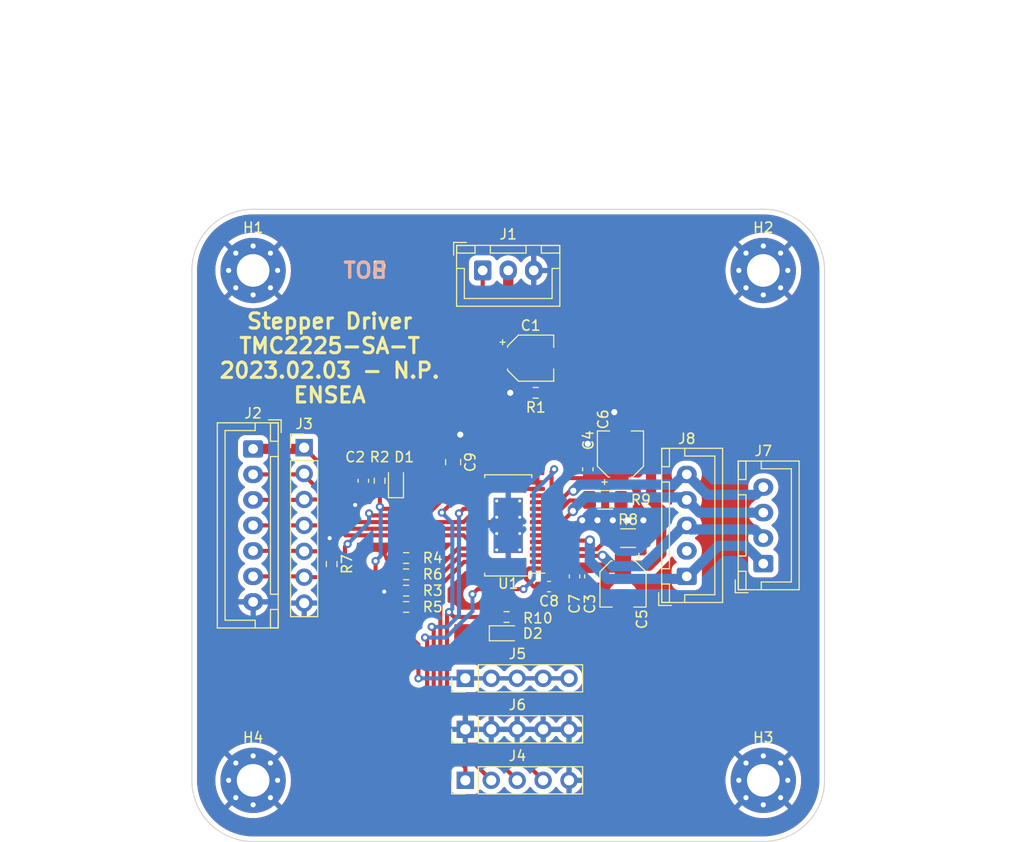
<source format=kicad_pcb>
(kicad_pcb (version 20221018) (generator pcbnew)
  (layers (0 "F.Cu" signal) (31 "B.Cu" signal) (34 "B.Paste" user) (35 "F.Paste" user) (36 "B.SilkS" user "B.Silkscreen") (37 "F.SilkS" user "F.Silkscreen") (38 "B.Mask" user) (39 "F.Mask" user) (44 "Edge.Cuts" user))
  (net 0 "")
  (net 1 "VCC")
  (net 2 "Net-(C1-Pad2)")
  (net 3 "+3.3V")
  (net 4 "GND")
  (net 5 "Net-(C8-Pad1)")
  (net 6 "Net-(C8-Pad2)")
  (net 7 "Net-(D1-Pad2)")
  (net 8 "Net-(D2-Pad2)")
  (net 9 "DIR")
  (net 10 "STEP")
  (net 11 "CLK")
  (net 12 "UART_TX")
  (net 13 "UART_RX")
  (net 14 "VREF")
  (net 15 "SPREAD")
  (net 16 "INDEX")
  (net 17 "DIAG")
  (net 20 "OA1")
  (net 21 "OA2")
  (net 22 "OB1")
  (net 23 "VCP")
  (net 24 "5VOUT")
  (net 25 "MS1")
  (net 26 "MS2")
  (net 27 "BRA")
  (net 28 "BRB")
  (net 29 "OB2")
  (footprint "Capacitor_SMD:C_0603_1608Metric_Pad1.08x0.95mm_HandSolder" (layer "F.Cu") (at 62.8 49.5 90)
    (fp_text reference "C4" (at 2.85 0.05 90) (layer "F.SilkS"))
    (fp_text value "100nF")
    (pad "1" smd roundrect (at -0.8625 0 90) (size 1.075 0.95) (layers "F.Cu" "F.Paste" "F.Mask") (net 1 "VCC"))
    (pad "2" smd roundrect (at 0.8625 0 90) (size 1.075 0.95) (layers "F.Cu" "F.Paste" "F.Mask") (net 4 "GND"))
  )
  (footprint "MountingHole:MountingHole_3.2mm_M3_Pad_Via" (layer "F.Cu") (at 80 80)
    (fp_text reference "H3" (at 0 -4.2) (layer "F.SilkS"))
    (fp_text value "MountingHole_Pad")
    (pad "1" thru_hole circle (at -2.4 0) (size 0.8 0.8) (drill 0.5) (layers "*.Cu" "*.Mask") (net 4 "GND"))
    (pad "1" thru_hole circle (at -1.697056 -1.697056) (size 0.8 0.8) (drill 0.5) (layers "*.Cu" "*.Mask") (net 4 "GND"))
    (pad "1" thru_hole circle (at -1.697056 1.697056) (size 0.8 0.8) (drill 0.5) (layers "*.Cu" "*.Mask") (net 4 "GND"))
    (pad "1" thru_hole circle (at 0 -2.4) (size 0.8 0.8) (drill 0.5) (layers "*.Cu" "*.Mask") (net 4 "GND"))
    (pad "1" thru_hole circle (at 0 0) (size 6.4 6.4) (drill 3.2) (layers "*.Cu" "*.Mask") (net 4 "GND"))
    (pad "1" thru_hole circle (at 0 2.4) (size 0.8 0.8) (drill 0.5) (layers "*.Cu" "*.Mask") (net 4 "GND"))
    (pad "1" thru_hole circle (at 1.697056 -1.697056) (size 0.8 0.8) (drill 0.5) (layers "*.Cu" "*.Mask") (net 4 "GND"))
    (pad "1" thru_hole circle (at 1.697056 1.697056) (size 0.8 0.8) (drill 0.5) (layers "*.Cu" "*.Mask") (net 4 "GND"))
    (pad "1" thru_hole circle (at 2.4 0) (size 0.8 0.8) (drill 0.5) (layers "*.Cu" "*.Mask") (net 4 "GND"))
  )
  (footprint "Connector_PinHeader_2.54mm:PinHeader_1x07_P2.54mm_Vertical" (layer "F.Cu") (at 35 47.38)
    (fp_text reference "J3" (at 0 -2.33) (layer "F.SilkS"))
    (fp_text value "Conn_01x07")
    (pad "1" thru_hole rect (at 0 0) (size 1.7 1.7) (drill 1) (layers "*.Cu" "*.Mask") (net 3 "+3.3V"))
    (pad "2" thru_hole oval (at 0 2.54) (size 1.7 1.7) (drill 1) (layers "*.Cu" "*.Mask") (net 9 "DIR"))
    (pad "3" thru_hole oval (at 0 5.08) (size 1.7 1.7) (drill 1) (layers "*.Cu" "*.Mask") (net 10 "STEP"))
    (pad "4" thru_hole oval (at 0 7.62) (size 1.7 1.7) (drill 1) (layers "*.Cu" "*.Mask") (net 11 "CLK"))
    (pad "5" thru_hole oval (at 0 10.16) (size 1.7 1.7) (drill 1) (layers "*.Cu" "*.Mask") (net 12 "UART_TX"))
    (pad "6" thru_hole oval (at 0 12.7) (size 1.7 1.7) (drill 1) (layers "*.Cu" "*.Mask") (net 13 "UART_RX"))
    (pad "7" thru_hole oval (at 0 15.24) (size 1.7 1.7) (drill 1) (layers "*.Cu" "*.Mask") (net 4 "GND"))
  )
  (footprint "Connector_PinHeader_2.54mm:PinHeader_1x05_P2.54mm_Vertical" (layer "F.Cu") (at 50.8 75 90)
    (fp_text reference "J6" (at 2.4 5.1 180) (layer "F.SilkS"))
    (fp_text value "Conn_01x05")
    (pad "1" thru_hole rect (at 0 0 90) (size 1.7 1.7) (drill 1) (layers "*.Cu" "*.Mask") (net 4 "GND"))
    (pad "2" thru_hole oval (at 0 2.54 90) (size 1.7 1.7) (drill 1) (layers "*.Cu" "*.Mask") (net 4 "GND"))
    (pad "3" thru_hole oval (at 0 5.08 90) (size 1.7 1.7) (drill 1) (layers "*.Cu" "*.Mask") (net 4 "GND"))
    (pad "4" thru_hole oval (at 0 7.62 90) (size 1.7 1.7) (drill 1) (layers "*.Cu" "*.Mask") (net 4 "GND"))
    (pad "5" thru_hole oval (at 0 10.16 90) (size 1.7 1.7) (drill 1) (layers "*.Cu" "*.Mask") (net 4 "GND"))
  )
  (footprint "Resistor_SMD:R_0603_1608Metric_Pad0.98x0.95mm_HandSolder" (layer "F.Cu") (at 57.7 42 180)
    (fp_text reference "R1" (at 0 -1.43) (layer "F.SilkS"))
    (fp_text value "110m")
    (pad "1" smd roundrect (at -0.9125 0 180) (size 0.975 0.95) (layers "F.Cu" "F.Paste" "F.Mask") (net 2 "Net-(C1-Pad2)"))
    (pad "2" smd roundrect (at 0.9125 0 180) (size 0.975 0.95) (layers "F.Cu" "F.Paste" "F.Mask") (net 4 "GND"))
  )
  (footprint "Resistor_SMD:R_0603_1608Metric_Pad0.98x0.95mm_HandSolder" (layer "F.Cu") (at 42.4 50.625 90)
    (fp_text reference "R2" (at 2.325 0 180) (layer "F.SilkS"))
    (fp_text value "1k")
    (pad "1" smd roundrect (at -0.9125 0 90) (size 0.975 0.95) (layers "F.Cu" "F.Paste" "F.Mask") (net 3 "+3.3V"))
    (pad "2" smd roundrect (at 0.9125 0 90) (size 0.975 0.95) (layers "F.Cu" "F.Paste" "F.Mask") (net 7 "Net-(D1-Pad2)"))
  )
  (footprint "Resistor_SMD:R_0603_1608Metric_Pad0.98x0.95mm_HandSolder" (layer "F.Cu") (at 45 61.4)
    (fp_text reference "R6" (at 2.6 -1.6) (layer "F.SilkS"))
    (fp_text value "0R")
    (pad "1" smd roundrect (at -0.9125 0) (size 0.975 0.95) (layers "F.Cu" "F.Paste" "F.Mask") (net 4 "GND"))
    (pad "2" smd roundrect (at 0.9125 0) (size 0.975 0.95) (layers "F.Cu" "F.Paste" "F.Mask") (net 26 "MS2"))
  )
  (footprint "Capacitor_SMD:C_0603_1608Metric_Pad1.08x0.95mm_HandSolder" (layer "F.Cu") (at 59 61 180)
    (fp_text reference "C8" (at 0 -1.43) (layer "F.SilkS"))
    (fp_text value "22nF")
    (pad "1" smd roundrect (at -0.8625 0 180) (size 1.075 0.95) (layers "F.Cu" "F.Paste" "F.Mask") (net 5 "Net-(C8-Pad1)"))
    (pad "2" smd roundrect (at 0.8625 0 180) (size 1.075 0.95) (layers "F.Cu" "F.Paste" "F.Mask") (net 6 "Net-(C8-Pad2)"))
  )
  (footprint "MountingHole:MountingHole_3.2mm_M3_Pad_Via" (layer "F.Cu") (at 80 30)
    (fp_text reference "H2" (at 0 -4.2) (layer "F.SilkS"))
    (fp_text value "MountingHole_Pad")
    (pad "1" thru_hole circle (at -2.4 0) (size 0.8 0.8) (drill 0.5) (layers "*.Cu" "*.Mask") (net 4 "GND"))
    (pad "1" thru_hole circle (at -1.697056 -1.697056) (size 0.8 0.8) (drill 0.5) (layers "*.Cu" "*.Mask") (net 4 "GND"))
    (pad "1" thru_hole circle (at -1.697056 1.697056) (size 0.8 0.8) (drill 0.5) (layers "*.Cu" "*.Mask") (net 4 "GND"))
    (pad "1" thru_hole circle (at 0 -2.4) (size 0.8 0.8) (drill 0.5) (layers "*.Cu" "*.Mask") (net 4 "GND"))
    (pad "1" thru_hole circle (at 0 0) (size 6.4 6.4) (drill 3.2) (layers "*.Cu" "*.Mask") (net 4 "GND"))
    (pad "1" thru_hole circle (at 0 2.4) (size 0.8 0.8) (drill 0.5) (layers "*.Cu" "*.Mask") (net 4 "GND"))
    (pad "1" thru_hole circle (at 1.697056 -1.697056) (size 0.8 0.8) (drill 0.5) (layers "*.Cu" "*.Mask") (net 4 "GND"))
    (pad "1" thru_hole circle (at 1.697056 1.697056) (size 0.8 0.8) (drill 0.5) (layers "*.Cu" "*.Mask") (net 4 "GND"))
    (pad "1" thru_hole circle (at 2.4 0) (size 0.8 0.8) (drill 0.5) (layers "*.Cu" "*.Mask") (net 4 "GND"))
  )
  (footprint "Resistor_SMD:R_0603_1608Metric_Pad0.98x0.95mm_HandSolder" (layer "F.Cu") (at 45 63 180)
    (fp_text reference "R5" (at -2.6 0) (layer "F.SilkS"))
    (fp_text value "0R")
    (pad "1" smd roundrect (at -0.9125 0 180) (size 0.975 0.95) (layers "F.Cu" "F.Paste" "F.Mask") (net 26 "MS2"))
    (pad "2" smd roundrect (at 0.9125 0 180) (size 0.975 0.95) (layers "F.Cu" "F.Paste" "F.Mask") (net 3 "+3.3V"))
  )
  (footprint "Capacitor_SMD:C_0603_1608Metric_Pad1.08x0.95mm_HandSolder" (layer "F.Cu") (at 61.5 60 -90)
    (fp_text reference "C7" (at 2.7 0 90) (layer "F.SilkS"))
    (fp_text value "100nF")
    (pad "1" smd roundrect (at -0.8625 0 270) (size 1.075 0.95) (layers "F.Cu" "F.Paste" "F.Mask") (net 1 "VCC"))
    (pad "2" smd roundrect (at 0.8625 0 270) (size 1.075 0.95) (layers "F.Cu" "F.Paste" "F.Mask") (net 23 "VCP"))
  )
  (footprint "Resistor_SMD:R_0603_1608Metric_Pad0.98x0.95mm_HandSolder" (layer "F.Cu") (at 45 59.8 180)
    (fp_text reference "R3" (at -2.6 -1.6) (layer "F.SilkS"))
    (fp_text value "0R")
    (pad "1" smd roundrect (at -0.9125 0 180) (size 0.975 0.95) (layers "F.Cu" "F.Paste" "F.Mask") (net 25 "MS1"))
    (pad "2" smd roundrect (at 0.9125 0 180) (size 0.975 0.95) (layers "F.Cu" "F.Paste" "F.Mask") (net 3 "+3.3V"))
  )
  (footprint "Capacitor_SMD:CP_Elec_4x5.7" (layer "F.Cu") (at 57.2 38.6)
    (fp_text reference "C1" (at 0 -3.2) (layer "F.SilkS"))
    (fp_text value "10uF")
    (pad "1" smd roundrect (at -1.8 0) (size 2.6 1.6) (layers "F.Cu" "F.Paste" "F.Mask") (roundrect_rratio 0.15625) (net 1 "VCC"))
    (pad "2" smd roundrect (at 1.8 0) (size 2.6 1.6) (layers "F.Cu" "F.Paste" "F.Mask") (roundrect_rratio 0.15625) (net 2 "Net-(C1-Pad2)"))
  )
  (footprint "Connector_PinHeader_2.54mm:PinHeader_1x05_P2.54mm_Vertical" (layer "F.Cu") (at 50.8 80 90)
    (fp_text reference "J4" (at 2.4 5.1) (layer "F.SilkS"))
    (fp_text value "Conn_01x05")
    (pad "1" thru_hole rect (at 0 0 90) (size 1.7 1.7) (drill 1) (layers "*.Cu" "*.Mask") (net 14 "VREF"))
    (pad "2" thru_hole oval (at 0 2.54 90) (size 1.7 1.7) (drill 1) (layers "*.Cu" "*.Mask") (net 15 "SPREAD"))
    (pad "3" thru_hole oval (at 0 5.08 90) (size 1.7 1.7) (drill 1) (layers "*.Cu" "*.Mask") (net 16 "INDEX"))
    (pad "4" thru_hole oval (at 0 7.62 90) (size 1.7 1.7) (drill 1) (layers "*.Cu" "*.Mask") (net 17 "DIAG"))
    (pad "5" thru_hole oval (at 0 10.16 90) (size 1.7 1.7) (drill 1) (layers "*.Cu" "*.Mask") (net 4 "GND"))
  )
  (footprint "Connector_PinHeader_2.54mm:PinHeader_1x05_P2.54mm_Vertical" (layer "F.Cu") (at 50.8 70 90)
    (fp_text reference "J5" (at 2.4 5.1 180) (layer "F.SilkS"))
    (fp_text value "Conn_01x05")
    (pad "1" thru_hole rect (at 0 0 90) (size 1.7 1.7) (drill 1) (layers "*.Cu" "*.Mask") (net 3 "+3.3V"))
    (pad "2" thru_hole oval (at 0 2.54 90) (size 1.7 1.7) (drill 1) (layers "*.Cu" "*.Mask") (net 3 "+3.3V"))
    (pad "3" thru_hole oval (at 0 5.08 90) (size 1.7 1.7) (drill 1) (layers "*.Cu" "*.Mask") (net 3 "+3.3V"))
    (pad "4" thru_hole oval (at 0 7.62 90) (size 1.7 1.7) (drill 1) (layers "*.Cu" "*.Mask") (net 3 "+3.3V"))
    (pad "5" thru_hole oval (at 0 10.16 90) (size 1.7 1.7) (drill 1) (layers "*.Cu" "*.Mask") (net 3 "+3.3V"))
  )
  (footprint "MountingHole:MountingHole_3.2mm_M3_Pad_Via" (layer "F.Cu") (at 30 80)
    (fp_text reference "H4" (at 0 -4.2) (layer "F.SilkS"))
    (fp_text value "MountingHole_Pad")
    (pad "1" thru_hole circle (at -2.4 0) (size 0.8 0.8) (drill 0.5) (layers "*.Cu" "*.Mask") (net 4 "GND"))
    (pad "1" thru_hole circle (at -1.697056 -1.697056) (size 0.8 0.8) (drill 0.5) (layers "*.Cu" "*.Mask") (net 4 "GND"))
    (pad "1" thru_hole circle (at -1.697056 1.697056) (size 0.8 0.8) (drill 0.5) (layers "*.Cu" "*.Mask") (net 4 "GND"))
    (pad "1" thru_hole circle (at 0 -2.4) (size 0.8 0.8) (drill 0.5) (layers "*.Cu" "*.Mask") (net 4 "GND"))
    (pad "1" thru_hole circle (at 0 0) (size 6.4 6.4) (drill 3.2) (layers "*.Cu" "*.Mask") (net 4 "GND"))
    (pad "1" thru_hole circle (at 0 2.4) (size 0.8 0.8) (drill 0.5) (layers "*.Cu" "*.Mask") (net 4 "GND"))
    (pad "1" thru_hole circle (at 1.697056 -1.697056) (size 0.8 0.8) (drill 0.5) (layers "*.Cu" "*.Mask") (net 4 "GND"))
    (pad "1" thru_hole circle (at 1.697056 1.697056) (size 0.8 0.8) (drill 0.5) (layers "*.Cu" "*.Mask") (net 4 "GND"))
    (pad "1" thru_hole circle (at 2.4 0) (size 0.8 0.8) (drill 0.5) (layers "*.Cu" "*.Mask") (net 4 "GND"))
  )
  (footprint "Resistor_SMD:R_0603_1608Metric_Pad0.98x0.95mm_HandSolder" (layer "F.Cu") (at 37.7 58.8 90)
    (fp_text reference "R7" (at 0 1.5 90) (layer "F.SilkS"))
    (fp_text value "1k")
    (pad "1" smd roundrect (at -0.9125 0 90) (size 0.975 0.95) (layers "F.Cu" "F.Paste" "F.Mask") (net 13 "UART_RX"))
    (pad "2" smd roundrect (at 0.9125 0 90) (size 0.975 0.95) (layers "F.Cu" "F.Paste" "F.Mask") (net 12 "UART_TX"))
  )
  (footprint "Capacitor_SMD:CP_Elec_4x5.7" (layer "F.Cu") (at 66 48 90)
    (fp_text reference "C6" (at 3.4 -1.7 90) (layer "F.SilkS"))
    (fp_text value "10uF")
    (pad "1" smd roundrect (at -1.8 0 90) (size 2.6 1.6) (layers "F.Cu" "F.Paste" "F.Mask") (roundrect_rratio 0.15625) (net 1 "VCC"))
    (pad "2" smd roundrect (at 1.8 0 90) (size 2.6 1.6) (layers "F.Cu" "F.Paste" "F.Mask") (roundrect_rratio 0.15625) (net 4 "GND"))
  )
  (footprint "LED_SMD:LED_0603_1608Metric_Pad1.05x0.95mm_HandSolder" (layer "F.Cu") (at 44 50.625 90)
    (fp_text reference "D1" (at 2.325 0.8 180) (layer "F.SilkS"))
    (fp_text value "LED")
    (pad "1" smd roundrect (at -0.875 0 90) (size 1.05 0.95) (layers "F.Cu" "F.Paste" "F.Mask") (net 4 "GND"))
    (pad "2" smd roundrect (at 0.875 0 90) (size 1.05 0.95) (layers "F.Cu" "F.Paste" "F.Mask") (net 7 "Net-(D1-Pad2)"))
  )
  (footprint "LED_SMD:LED_0603_1608Metric_Pad1.05x0.95mm_HandSolder" (layer "F.Cu") (at 54.8125 65.58125)
    (fp_text reference "D2" (at 2.5875 0.01875) (layer "F.SilkS"))
    (fp_text value "LED")
    (pad "1" smd roundrect (at -0.875 0) (size 1.05 0.95) (layers "F.Cu" "F.Paste" "F.Mask") (net 4 "GND"))
    (pad "2" smd roundrect (at 0.875 0) (size 1.05 0.95) (layers "F.Cu" "F.Paste" "F.Mask") (net 8 "Net-(D2-Pad2)"))
  )
  (footprint "Resistor_SMD:R_0603_1608Metric_Pad0.98x0.95mm_HandSolder" (layer "F.Cu") (at 45 58.2)
    (fp_text reference "R4" (at 2.6 0) (layer "F.SilkS"))
    (fp_text value "0R")
    (pad "1" smd roundrect (at -0.9125 0) (size 0.975 0.95) (layers "F.Cu" "F.Paste" "F.Mask") (net 4 "GND"))
    (pad "2" smd roundrect (at 0.9125 0) (size 0.975 0.95) (layers "F.Cu" "F.Paste" "F.Mask") (net 25 "MS1"))
  )
  (footprint "Connector_JST:JST_XH_B7B-XH-A_1x07_P2.50mm_Vertical" (layer "F.Cu") (at 30 47.5 -90)
    (fp_text reference "J2" (at -3.5 0 180) (layer "F.SilkS"))
    (fp_text value "Conn_01x07")
    (pad "1" thru_hole roundrect (at 0 0 270) (size 1.7 1.95) (drill 0.95) (layers "*.Cu" "*.Mask") (roundrect_rratio 0.1470588235) (net 3 "+3.3V"))
    (pad "2" thru_hole oval (at 2.5 0 270) (size 1.7 1.95) (drill 0.95) (layers "*.Cu" "*.Mask") (net 9 "DIR"))
    (pad "3" thru_hole oval (at 5 0 270) (size 1.7 1.95) (drill 0.95) (layers "*.Cu" "*.Mask") (net 10 "STEP"))
    (pad "4" thru_hole oval (at 7.5 0 270) (size 1.7 1.95) (drill 0.95) (layers "*.Cu" "*.Mask") (net 11 "CLK"))
    (pad "5" thru_hole oval (at 10 0 270) (size 1.7 1.95) (drill 0.95) (layers "*.Cu" "*.Mask") (net 12 "UART_TX"))
    (pad "6" thru_hole oval (at 12.5 0 270) (size 1.7 1.95) (drill 0.95) (layers "*.Cu" "*.Mask") (net 13 "UART_RX"))
    (pad "7" thru_hole oval (at 15 0 270) (size 1.7 1.95) (drill 0.95) (layers "*.Cu" "*.Mask") (net 4 "GND"))
  )
  (footprint "Connector_JST:JST_XH_B5B-XH-A_1x05_P2.50mm_Vertical" (layer "F.Cu") (at 72.5 60 90)
    (fp_text reference "J8" (at 13.5 0) (layer "F.SilkS"))
    (fp_text value "Conn_01x05_Female")
    (pad "1" thru_hole roundrect (at 0 0 90) (size 1.7 1.95) (drill 0.95) (layers "*.Cu" "*.Mask") (roundrect_rratio 0.1470588235) (net 20 "OA1"))
    (pad "2" thru_hole oval (at 2.5 0 90) (size 1.7 1.95) (drill 0.95) (layers "*.Cu" "*.Mask"))
    (pad "3" thru_hole oval (at 5 0 90) (size 1.7 1.95) (drill 0.95) (layers "*.Cu" "*.Mask") (net 21 "OA2"))
    (pad "4" thru_hole oval (at 7.5 0 90) (size 1.7 1.95) (drill 0.95) (layers "*.Cu" "*.Mask") (net 22 "OB1"))
    (pad "5" thru_hole oval (at 10 0 90) (size 1.7 1.95) (drill 0.95) (layers "*.Cu" "*.Mask") (net 29 "OB2"))
  )
  (footprint "Resistor_SMD:R_1206_3216Metric_Pad1.30x1.75mm_HandSolder" (layer "F.Cu") (at 64.5 52.5)
    (fp_text reference "R9" (at 3.5 0) (layer "F.SilkS"))
    (fp_text value "150m")
    (pad "1" smd roundrect (at -1.55 0) (size 1.3 1.75) (layers "F.Cu" "F.Paste" "F.Mask") (roundrect_rratio 0.1923076923) (net 28 "BRB"))
    (pad "2" smd roundrect (at 1.55 0) (size 1.3 1.75) (layers "F.Cu" "F.Paste" "F.Mask") (roundrect_rratio 0.1923076923) (net 4 "GND"))
  )
  (footprint "Resistor_SMD:R_0603_1608Metric_Pad0.98x0.95mm_HandSolder" (layer "F.Cu") (at 54.8375 63.98125 180)
    (fp_text reference "R10" (at -3.0625 -0.11875) (layer "F.SilkS"))
    (fp_text value "1k")
    (pad "1" smd roundrect (at -0.9125 0 180) (size 0.975 0.95) (layers "F.Cu" "F.Paste" "F.Mask") (net 8 "Net-(D2-Pad2)"))
    (pad "2" smd roundrect (at 0.9125 0 180) (size 0.975 0.95) (layers "F.Cu" "F.Paste" "F.Mask") (net 17 "DIAG"))
  )
  (footprint "Package_SO:HTSSOP-28-1EP_4.4x9.7mm_P0.65mm_EP2.85x5.4mm_ThermalVias" (layer "F.Cu") (at 55 55 180)
    (fp_text reference "U1" (at 0 -5.7) (layer "F.SilkS"))
    (fp_text value "TMC2225-SA-T")
    (pad "1" smd roundrect (at -2.8625 -4.225 180) (size 1.475 0.4) (layers "F.Cu" "F.Paste" "F.Mask") (net 6 "Net-(C8-Pad2)"))
    (pad "2" smd roundrect (at -2.8625 -3.575 180) (size 1.475 0.4) (layers "F.Cu" "F.Paste" "F.Mask") (net 5 "Net-(C8-Pad1)"))
    (pad "3" smd roundrect (at -2.8625 -2.925 180) (size 1.475 0.4) (layers "F.Cu" "F.Paste" "F.Mask") (net 23 "VCP"))
    (pad "4" smd roundrect (at -2.8625 -2.275 180) (size 1.475 0.4) (layers "F.Cu" "F.Paste" "F.Mask") (net 1 "VCC"))
    (pad "5" smd roundrect (at -2.8625 -1.625 180) (size 1.475 0.4) (layers "F.Cu" "F.Paste" "F.Mask") (net 21 "OA2"))
    (pad "6" smd roundrect (at -2.8625 -0.975 180) (size 1.475 0.4) (layers "F.Cu" "F.Paste" "F.Mask") (net 27 "BRA"))
    (pad "7" smd roundrect (at -2.8625 -0.325 180) (size 1.475 0.4) (layers "F.Cu" "F.Paste" "F.Mask") (net 20 "OA1"))
    (pad "8" smd roundrect (at -2.8625 0.325 180) (size 1.475 0.4) (layers "F.Cu" "F.Paste" "F.Mask") (net 22 "OB1"))
    (pad "9" smd roundrect (at -2.8625 0.975 180) (size 1.475 0.4) (layers "F.Cu" "F.Paste" "F.Mask") (net 28 "BRB"))
    (pad "10" smd roundrect (at -2.8625 1.625 180) (size 1.475 0.4) (layers "F.Cu" "F.Paste" "F.Mask") (net 29 "OB2"))
    (pad "11" smd roundrect (at -2.8625 2.275 180) (size 1.475 0.4) (layers "F.Cu" "F.Paste" "F.Mask") (net 1 "VCC"))
    (pad "12" smd roundrect (at -2.8625 2.925 180) (size 1.475 0.4) (layers "F.Cu" "F.Paste" "F.Mask") (net 14 "VREF"))
    (pad "13" smd roundrect (at -2.8625 3.575 180) (size 1.475 0.4) (layers "F.Cu" "F.Paste" "F.Mask") (net 4 "GND"))
    (pad "14" smd roundrect (at -2.8625 4.225 180) (size 1.475 0.4) (layers "F.Cu" "F.Paste" "F.Mask") (net 4 "GND"))
    (pad "15" smd roundrect (at 2.8625 4.225 180) (size 1.475 0.4) (layers "F.Cu" "F.Paste" "F.Mask") (net 24 "5VOUT"))
    (pad "16" smd roundrect (at 2.8625 3.575 180) (size 1.475 0.4) (layers "F.Cu" "F.Paste" "F.Mask") (net 3 "+3.3V"))
    (pad "17" smd roundrect (at 2.8625 2.925 180) (size 1.475 0.4) (layers "F.Cu" "F.Paste" "F.Mask") (net 13 "UART_RX"))
    (pad "18" smd roundrect (at 2.8625 2.275 180) (size 1.475 0.4) (layers "F.Cu" "F.Paste" "F.Mask") (net 17 "DIAG"))
    (pad "19" smd roundrect (at 2.8625 1.625 180) (size 1.475 0.4) (layers "F.Cu" "F.Paste" "F.Mask") (net 15 "SPREAD"))
    (pad "20" smd roundrect (at 2.8625 0.975 180) (size 1.475 0.4) (layers "F.Cu" "F.Paste" "F.Mask") (net 9 "DIR"))
    (pad "21" smd roundrect (at 2.8625 0.325 180) (size 1.475 0.4) (layers "F.Cu" "F.Paste" "F.Mask") (net 4 "GND"))
    (pad "22" smd roundrect (at 2.8625 -0.325 180) (size 1.475 0.4) (layers "F.Cu" "F.Paste" "F.Mask") (net 10 "STEP"))
    (pad "23" smd roundrect (at 2.8625 -0.975 180) (size 1.475 0.4) (layers "F.Cu" "F.Paste" "F.Mask"))
    (pad "24" smd roundrect (at 2.8625 -1.625 180) (size 1.475 0.4) (layers "F.Cu" "F.Paste" "F.Mask") (net 11 "CLK"))
    (pad "25" smd roundrect (at 2.8625 -2.275 180) (size 1.475 0.4) (layers "F.Cu" "F.Paste" "F.Mask") (net 25 "MS1"))
    (pad "26" smd roundrect (at 2.8625 -2.925 180) (size 1.475 0.4) (layers "F.Cu" "F.Paste" "F.Mask") (net 26 "MS2"))
    (pad "27" smd roundrect (at 2.8625 -3.575 180) (size 1.475 0.4) (layers "F.Cu" "F.Paste" "F.Mask") (net 16 "INDEX"))
    (pad "28" smd roundrect (at 2.8625 -4.225 180) (size 1.475 0.4) (layers "F.Cu" "F.Paste" "F.Mask") (net 4 "GND"))
    (pad "29" thru_hole circle (at -1.125 -2.4 180) (size 0.6 0.6) (drill 0.3) (layers "*.Cu") (net 4 "GND"))
    (pad "29" thru_hole circle (at -1.125 -0.8 180) (size 0.6 0.6) (drill 0.3) (layers "*.Cu") (net 4 "GND"))
    (pad "29" thru_hole circle (at -1.125 0.8 180) (size 0.6 0.6) (drill 0.3) (layers "*.Cu") (net 4 "GND"))
    (pad "29" thru_hole circle (at -1.125 2.4 180) (size 0.6 0.6) (drill 0.3) (layers "*.Cu") (net 4 "GND"))
    (pad "29" smd rect (at 0 0 180) (size 2.85 5.4) (layers "F.Cu" "F.Mask") (net 4 "GND"))
    (pad "29" smd rect (at 0 0 180) (size 2.85 5.4) (layers "B.Cu") (net 4 "GND"))
    (pad "29" thru_hole circle (at 1.125 -2.4 180) (size 0.6 0.6) (drill 0.3) (layers "*.Cu") (net 4 "GND"))
    (pad "29" thru_hole circle (at 1.125 -0.8 180) (size 0.6 0.6) (drill 0.3) (layers "*.Cu") (net 4 "GND"))
    (pad "29" thru_hole circle (at 1.125 0.8 180) (size 0.6 0.6) (drill 0.3) (layers "*.Cu") (net 4 "GND"))
    (pad "29" thru_hole circle (at 1.125 2.4 180) (size 0.6 0.6) (drill 0.3) (layers "*.Cu") (net 4 "GND"))
  )
  (footprint "Connector_JST:JST_XH_B4B-XH-A_1x04_P2.50mm_Vertical" (layer "F.Cu") (at 80 58.75 90)
    (fp_text reference "J7" (at 11.05 0) (layer "F.SilkS"))
    (fp_text value "Conn_01x04_Female")
    (pad "1" thru_hole roundrect (at 0 0 90) (size 1.7 1.95) (drill 0.95) (layers "*.Cu" "*.Mask") (roundrect_rratio 0.1470588235) (net 20 "OA1"))
    (pad "2" thru_hole oval (at 2.5 0 90) (size 1.7 1.95) (drill 0.95) (layers "*.Cu" "*.Mask") (net 21 "OA2"))
    (pad "3" thru_hole oval (at 5 0 90) (size 1.7 1.95) (drill 0.95) (layers "*.Cu" "*.Mask") (net 22 "OB1"))
    (pad "4" thru_hole oval (at 7.5 0 90) (size 1.7 1.95) (drill 0.95) (layers "*.Cu" "*.Mask") (net 29 "OB2"))
  )
  (footprint "Capacitor_SMD:C_0603_1608Metric_Pad1.08x0.95mm_HandSolder" (layer "F.Cu") (at 40.8 50.625 90)
    (fp_text reference "C2" (at 2.325 -0.8) (layer "F.SilkS"))
    (fp_text value "100nF")
    (pad "1" smd roundrect (at -0.8625 0 90) (size 1.075 0.95) (layers "F.Cu" "F.Paste" "F.Mask") (net 3 "+3.3V"))
    (pad "2" smd roundrect (at 0.8625 0 90) (size 1.075 0.95) (layers "F.Cu" "F.Paste" "F.Mask") (net 4 "GND"))
  )
  (footprint "Connector_JST:JST_XH_B3B-XH-A_1x03_P2.50mm_Vertical" (layer "F.Cu") (at 52.5 30)
    (fp_text reference "J1" (at 2.5 -3.55) (layer "F.SilkS"))
    (fp_text value "Conn_01x03_Male")
    (pad "1" thru_hole roundrect (at 0 0) (size 1.7 1.95) (drill 0.95) (layers "*.Cu" "*.Mask") (roundrect_rratio 0.1470588235) (net 3 "+3.3V"))
    (pad "2" thru_hole oval (at 2.5 0) (size 1.7 1.95) (drill 0.95) (layers "*.Cu" "*.Mask") (net 1 "VCC"))
    (pad "3" thru_hole oval (at 5 0) (size 1.7 1.95) (drill 0.95) (layers "*.Cu" "*.Mask") (net 4 "GND"))
  )
  (footprint "MountingHole:MountingHole_3.2mm_M3_Pad_Via" (layer "F.Cu") (at 30 30)
    (fp_text reference "H1" (at 0 -4.2) (layer "F.SilkS"))
    (fp_text value "MountingHole_Pad")
    (pad "1" thru_hole circle (at -2.4 0) (size 0.8 0.8) (drill 0.5) (layers "*.Cu" "*.Mask") (net 4 "GND"))
    (pad "1" thru_hole circle (at -1.697056 -1.697056) (size 0.8 0.8) (drill 0.5) (layers "*.Cu" "*.Mask") (net 4 "GND"))
    (pad "1" thru_hole circle (at -1.697056 1.697056) (size 0.8 0.8) (drill 0.5) (layers "*.Cu" "*.Mask") (net 4 "GND"))
    (pad "1" thru_hole circle (at 0 -2.4) (size 0.8 0.8) (drill 0.5) (layers "*.Cu" "*.Mask") (net 4 "GND"))
    (pad "1" thru_hole circle (at 0 0) (size 6.4 6.4) (drill 3.2) (layers "*.Cu" "*.Mask") (net 4 "GND"))
    (pad "1" thru_hole circle (at 0 2.4) (size 0.8 0.8) (drill 0.5) (layers "*.Cu" "*.Mask") (net 4 "GND"))
    (pad "1" thru_hole circle (at 1.697056 -1.697056) (size 0.8 0.8) (drill 0.5) (layers "*.Cu" "*.Mask") (net 4 "GND"))
    (pad "1" thru_hole circle (at 1.697056 1.697056) (size 0.8 0.8) (drill 0.5) (layers "*.Cu" "*.Mask") (net 4 "GND"))
    (pad "1" thru_hole circle (at 2.4 0) (size 0.8 0.8) (drill 0.5) (layers "*.Cu" "*.Mask") (net 4 "GND"))
  )
  (footprint "Capacitor_SMD:C_0603_1608Metric_Pad1.08x0.95mm_HandSolder" (layer "F.Cu") (at 63 60 -90)
    (fp_text reference "C3" (at 2.7 0 90) (layer "F.SilkS"))
    (fp_text value "100nF")
    (pad "1" smd roundrect (at -0.8625 0 270) (size 1.075 0.95) (layers "F.Cu" "F.Paste" "F.Mask") (net 1 "VCC"))
    (pad "2" smd roundrect (at 0.8625 0 270) (size 1.075 0.95) (layers "F.Cu" "F.Paste" "F.Mask") (net 4 "GND"))
  )
  (footprint "Capacitor_SMD:C_0805_2012Metric_Pad1.18x1.45mm_HandSolder" (layer "F.Cu") (at 49.6 48.8 -90)
    (fp_text reference "C9" (at 0 -1.68 -270) (layer "F.SilkS"))
    (fp_text value "2.2uF")
    (pad "1" smd roundrect (at -1.0375 0 270) (size 1.175 1.45) (layers "F.Cu" "F.Paste" "F.Mask") (roundrect_rratio 0.2127659574) (net 4 "GND"))
    (pad "2" smd roundrect (at 1.0375 0 270) (size 1.175 1.45) (layers "F.Cu" "F.Paste" "F.Mask") (roundrect_rratio 0.2127659574) (net 24 "5VOUT"))
  )
  (footprint "Resistor_SMD:R_1206_3216Metric_Pad1.30x1.75mm_HandSolder" (layer "F.Cu") (at 66.75 56.25)
    (fp_text reference "R8" (at 0 -1.82) (layer "F.SilkS"))
    (fp_text value "150m")
    (pad "1" smd roundrect (at -1.55 0) (size 1.3 1.75) (layers "F.Cu" "F.Paste" "F.Mask") (roundrect_rratio 0.1923076923) (net 27 "BRA"))
    (pad "2" smd roundrect (at 1.55 0) (size 1.3 1.75) (layers "F.Cu" "F.Paste" "F.Mask") (roundrect_rratio 0.1923076923) (net 4 "GND"))
  )
  (footprint "Capacitor_SMD:CP_Elec_4x5.7" (layer "F.Cu") (at 66.25 60.75 -90)
    (fp_text reference "C5" (at 3.45 -1.85 90) (layer "F.SilkS"))
    (fp_text value "10uF")
    (pad "1" smd roundrect (at -1.8 0 270) (size 2.6 1.6) (layers "F.Cu" "F.Paste" "F.Mask") (roundrect_rratio 0.15625) (net 1 "VCC"))
    (pad "2" smd roundrect (at 1.8 0 270) (size 2.6 1.6) (layers "F.Cu" "F.Paste" "F.Mask") (roundrect_rratio 0.15625) (net 4 "GND"))
  )
  (gr_arc (start 24 30) (mid 25.757359 25.757359) (end 30 24) (stroke (width 0.1)) (layer "Edge.Cuts"))
  (gr_arc (start 30 86) (mid 25.757359 84.242641) (end 24 80) (stroke (width 0.1)) (layer "Edge.Cuts"))
  (gr_line (start 80 86) (end 30 86) (stroke (width 0.1)) (layer "Edge.Cuts"))
  (gr_arc (start 80 24) (mid 84.242641 25.757359) (end 86 30) (stroke (width 0.1)) (layer "Edge.Cuts"))
  (gr_line (start 30 24) (end 80 24) (stroke (width 0.1)) (layer "Edge.Cuts"))
  (gr_line (start 24 80) (end 24 30) (stroke (width 0.1)) (layer "Edge.Cuts"))
  (gr_arc (start 86 80) (mid 84.242641 84.242641) (end 80 86) (stroke (width 0.1)) (layer "Edge.Cuts"))
  (gr_line (start 86 30) (end 86 80) (stroke (width 0.1)) (layer "Edge.Cuts"))
  (gr_text "BOT" (at 41 30) (layer "B.SilkS") (effects (font (size 1.5 1.5) (thickness 0.3)) (justify mirror)))
  (gr_text "TOP" (at 41 30) (layer "F.SilkS") (effects (font (size 1.5 1.5) (thickness 0.3))))
  (gr_text "Stepper Driver\nTMC2225-SA-T\n2023.02.03 - N.P.\nENSEA" (at 37.5 38.6) (layer "F.SilkS") (effects (font (size 1.5 1.5) (thickness 0.3))))
  (segment (start 55 35.25) (end 55 36.75) (width 1) (layer "F.Cu") (net 1))
  (segment (start 55 30) (end 55 35.25) (width 1) (layer "F.Cu") (net 1))
  (segment (start 69 52.5) (end 70 53.5) (width 1) (layer "F.Cu") (net 1))
  (segment (start 59.9 51.1) (end 59.9 51.822055) (width 0.4) (layer "F.Cu") (net 1))
  (segment (start 62.8 50.3625) (end 65.4375 50.3625) (width 1) (layer "F.Cu") (net 1))
  (segment (start 63 59.1375) (end 66.0625 59.1375) (width 1) (layer "F.Cu") (net 1))
  (segment (start 69 45.25) (end 69 48.5) (width 1) (layer "F.Cu") (net 1))
  (segment (start 61.475976 59.1375) (end 61.5 59.1375) (width 0.4) (layer "F.Cu") (net 1))
  (segment (start 60.6375 50.3625) (end 59.9 51.1) (width 0.4) (layer "F.Cu") (net 1))
  (segment (start 70 57.75) (end 68.8 58.95) (width 1) (layer "F.Cu") (net 1))
  (segment (start 57.8625 57.275) (end 59.613477 57.275) (width 0.4) (layer "F.Cu") (net 1))
  (segment (start 69 48.5) (end 67.7 49.8) (width 1) (layer "F.Cu") (net 1))
  (segment (start 62.8 50.3625) (end 60.6375 50.3625) (width 0.4) (layer "F.Cu") (net 1))
  (segment (start 55 36.75) (end 60.5 36.75) (width 1) (layer "F.Cu") (net 1))
  (segment (start 70 53.5) (end 70 57.75) (width 1) (layer "F.Cu") (net 1))
  (segment (start 61.5 59.1375) (end 63 59.1375) (width 1) (layer "F.Cu") (net 1))
  (segment (start 69 48.5) (end 69 52.5) (width 1) (layer "F.Cu") (net 1))
  (segment (start 67.7 49.8) (end 66 49.8) (width 1) (layer "F.Cu") (net 1))
  (segment (start 65.4375 50.3625) (end 66 49.8) (width 1) (layer "F.Cu") (net 1))
  (segment (start 59.9 51.822055) (end 58.997055 52.725) (width 0.4) (layer "F.Cu") (net 1))
  (segment (start 55 38.2) (end 55.4 38.6) (width 1) (layer "F.Cu") (net 1))
  (segment (start 59.613477 57.275) (end 61.475976 59.1375) (width 0.4) (layer "F.Cu") (net 1))
  (segment (start 60.5 36.75) (end 69 45.25) (width 1) (layer "F.Cu") (net 1))
  (segment (start 58.997055 52.725) (end 57.8625 52.725) (width 0.4) (layer "F.Cu") (net 1))
  (segment (start 55 35.25) (end 55 38.2) (width 1) (layer "F.Cu") (net 1))
  (segment (start 66.0625 59.1375) (end 66.25 58.95) (width 0.4) (layer "F.Cu") (net 1))
  (segment (start 68.8 58.95) (end 66.25 58.95) (width 1) (layer "F.Cu") (net 1))
  (segment (start 59 41.6125) (end 58.6125 42) (width 1) (layer "F.Cu") (net 2))
  (segment (start 59 38.6) (end 59 41.6125) (width 1) (layer "F.Cu") (net 2))
  (segment (start 42 58.5) (end 42 60) (width 0.4) (layer "F.Cu") (net 3))
  (segment (start 42.2 59.8) (end 42 60) (width 0.4) (layer "F.Cu") (net 3))
  (segment (start 48 46.6) (end 48 50.7) (width 0.4) (layer "F.Cu") (net 3))
  (segment (start 48.725 51.425) (end 51.075 51.425) (width 0.4) (layer "F.Cu") (net 3))
  (segment (start 52.5 42.1) (end 48 46.6) (width 0.4) (layer "F.Cu") (net 3))
  (segment (start 48 50.7) (end 48.725 51.425) (width 0.4) (layer "F.Cu") (net 3))
  (segment (start 35 47.38) (end 36.75 49.13) (width 0.4) (layer "F.Cu") (net 3))
  (segment (start 50.8 70) (end 53.34 70) (width 0.4) (layer "F.Cu") (net 3))
  (segment (start 48.70368 51.425) (end 51.075 51.425) (width 0.4) (layer "F.Cu") (net 3))
  (segment (start 53.34 70) (end 55.88 70) (width 0.4) (layer "F.Cu") (net 3))
  (segment (start 46.2005 70) (end 46.2005 66.7005) (width 0.4) (layer "F.Cu") (net 3))
  (segment (start 58.42 70) (end 60.96 70) (width 0.4) (layer "F.Cu") (net 3))
  (segment (start 37.325976 51.4875) (end 40.8 51.4875) (width 0.4) (layer "F.Cu") (net 3))
  (segment (start 46.2005 66.7005) (end 44.0875 64.5875) (width 0.4) (layer "F.Cu") (net 3))
  (segment (start 51.075 51.425) (end 52.1375 51.425) (width 0.4) (layer "F.Cu") (net 3))
  (segment (start 46.75368 53.375) (end 48.70368 51.425) (width 0.4) (layer "F.Cu") (net 3))
  (segment (start 55.88 70) (end 58.42 70) (width 0.4) (layer "F.Cu") (net 3))
  (segment (start 42.25 63) (end 44.0875 63) (width 0.4) (layer "F.Cu") (net 3))
  (segment (start 34.88 47.5) (end 35 47.38) (width 1) (layer "F.Cu") (net 3))
  (segment (start 30 47.5) (end 34.88 47.5) (width 1) (layer "F.Cu") (net 3))
  (segment (start 42.4255 51.563) (end 42.4 51.5375) (width 0.4) (layer "F.Cu") (net 3))
  (segment (start 36.75 49.13) (end 36.75 50.911524) (width 0.4) (layer "F.Cu") (net 3))
  (segment (start 36.75 50.911524) (end 37.325976 51.4875) (width 0.4) (layer "F.Cu") (net 3))
  (segment (start 44.0875 59.8) (end 42.2 59.8) (width 0.4) (layer "F.Cu") (net 3))
  (segment (start 42.4255 53.1755) (end 42.625 53.375) (width 0.4) (layer "F.Cu") (net 3))
  (segment (start 42.4255 53.1755) (end 42.4255 51.563) (width 0.4) (layer "F.Cu") (net 3))
  (segment (start 44.0875 64.5875) (end 44.0875 63) (width 0.4) (layer "F.Cu") (net 3))
  (segment (start 42.35 51.4875) (end 42.4 51.5375) (width 0.4) (layer "F.Cu") (net 3))
  (segment (start 52.5 30) (end 52.5 42.1) (width 0.4) (layer "F.Cu") (net 3))
  (segment (start 42 60) (end 42 62.75) (width 0.4) (layer "F.Cu") (net 3))
  (segment (start 40.8 51.4875) (end 42.35 51.4875) (width 0.4) (layer "F.Cu") (net 3))
  (segment (start 42.625 53.375) (end 46.75368 53.375) (width 0.4) (layer "F.Cu") (net 3))
  (segment (start 42 62.75) (end 42.25 63) (width 0.4) (layer "F.Cu") (net 3))
  (via (at 42 58.5) (size 0.8) (drill 0.4) (layers "F.Cu" "B.Cu") (net 3))
  (via (at 42.4255 53.1755) (size 0.8) (drill 0.4) (layers "F.Cu" "B.Cu") (net 3))
  (via (at 46.2005 70) (size 0.8) (drill 0.4) (layers "F.Cu" "B.Cu") (net 3))
  (segment (start 42.5 53.25) (end 42.5 58) (width 0.4) (layer "B.Cu") (net 3))
  (segment (start 42.5 58) (end 42 58.5) (width 0.4) (layer "B.Cu") (net 3))
  (segment (start 50.8 70) (end 46.2005 70) (width 0.4) (layer "B.Cu") (net 3))
  (segment (start 60.96 70) (end 50.8 70) (width 0.4) (layer "B.Cu") (net 3))
  (segment (start 42.4255 53.1755) (end 42.5 53.25) (width 0.4) (layer "B.Cu") (net 3))
  (segment (start 57.8625 50.775) (end 56.225 50.775) (width 0.4) (layer "F.Cu") (net 4))
  (segment (start 42.9495 61.4) (end 42.8495 61.5) (width 0.4) (layer "F.Cu") (net 4))
  (segment (start 44.0875 61.4) (end 42.9495 61.4) (width 0.4) (layer "F.Cu") (net 4))
  (segment (start 55.575 51.425) (end 55.175 51.425) (width 0.4) (layer "F.Cu") (net 4))
  (segment (start 52.1375 54.675) (end 54.675 54.675) (width 0.4) (layer "F.Cu") (net 4))
  (segment (start 57.8625 51.425) (end 55.575 51.425) (width 0.4) (layer "F.Cu") (net 4))
  (segment (start 55 51.6) (end 55 55) (width 0.4) (layer "F.Cu") (net 4))
  (segment (start 56.225 50.775) (end 55.575 51.425) (width 0.4) (layer "F.Cu") (net 4))
  (segment (start 54.675 54.675) (end 55 55) (width 0.4) (layer "F.Cu") (net 4))
  (segment (start 55.175 51.425) (end 55 51.6) (width 0.4) (layer "F.Cu") (net 4))
  (via (at 62.8 47) (size 1) (drill 0.6) (layers "F.Cu" "B.Cu") (net 4))
  (via (at 55.2 42) (size 1) (drill 0.6) (layers "F.Cu" "B.Cu") (net 4))
  (via (at 65.25 54.5) (size 1) (drill 0.6) (layers "F.Cu" "B.Cu") (net 4))
  (via (at 50.3 46.1) (size 1) (drill 0.6) (layers "F.Cu" "B.Cu") (net 4))
  (via (at 68.25 54.5) (size 1) (drill 0.6) (layers "F.Cu" "B.Cu") (net 4))
  (via (at 66.75 54.5) (size 1) (drill 0.6) (layers "F.Cu" "B.Cu") (net 4))
  (via (at 62.25 54.5) (size 1) (drill 0.6) (layers "F.Cu" "B.Cu") (net 4))
  (via (at 63.75 54.5) (size 1) (drill 0.6) (layers "F.Cu" "B.Cu") (net 4))
  (via (at 42.8495 61.5) (size 0.8) (drill 0.4) (layers "F.Cu" "B.Cu") (net 4))
  (via (at 37.5 56.25) (size 0.8) (drill 0.4) (layers "F.Cu" "B.Cu") (net 4))
  (via (at 65.4 43.9) (size 1) (drill 0.6) (layers "F.Cu" "B.Cu") (net 4))
  (via (at 40 53) (size 0.8) (drill 0.4) (layers "F.Cu" "B.Cu") (net 4))
  (segment (start 59.075 58.575) (end 57.8625 58.575) (width 0.4) (layer "F.Cu") (net 5))
  (segment (start 59.8625 61) (end 59.8625 59.3625) (width 0.4) (layer "F.Cu") (net 5))
  (segment (start 59.8625 59.3625) (end 59.075 58.575) (width 0.4) (layer "F.Cu") (net 5))
  (segment (start 56.75 60.25) (end 57.5 61) (width 0.4) (layer "F.Cu") (net 6))
  (segment (start 57.025 59.225) (end 56.75 59.5) (width 0.4) (layer "F.Cu") (net 6))
  (segment (start 57.5 61) (end 58.1375 61) (width 0.4) (layer "F.Cu") (net 6))
  (segment (start 56.75 59.5) (end 56.75 60.25) (width 0.4) (layer "F.Cu") (net 6))
  (segment (start 57.8625 59.225) (end 57.025 59.225) (width 0.4) (layer "F.Cu") (net 6))
  (segment (start 43.9625 49.7125) (end 44 49.75) (width 0.4) (layer "F.Cu") (net 7))
  (segment (start 42.4 49.7125) (end 43.9625 49.7125) (width 0.4) (layer "F.Cu") (net 7))
  (segment (start 55.75 63.98125) (end 55.75 65.51875) (width 0.4) (layer "F.Cu") (net 8))
  (segment (start 30 50) (end 34.92 50) (width 0.4) (layer "F.Cu") (net 9))
  (segment (start 51.272183 54.025) (end 50.622183 54.675) (width 0.4) (layer "F.Cu") (net 9))
  (segment (start 50.622183 54.675) (end 39.594238 54.675) (width 0.4) (layer "F.Cu") (net 9))
  (segment (start 34.92 50) (end 35 49.92) (width 0.4) (layer "F.Cu") (net 9))
  (segment (start 35 50.080762) (end 35 49.92) (width 0.4) (layer "F.Cu") (net 9))
  (segment (start 52.1375 54.025) (end 51.272183 54.025) (width 0.4) (layer "F.Cu") (net 9))
  (segment (start 39.594238 54.675) (end 35 50.080762) (width 0.4) (layer "F.Cu") (net 9))
  (segment (start 30 52.5) (end 34.96 52.5) (width 0.4) (layer "F.Cu") (net 10))
  (segment (start 36.46 52.46) (end 39.325 55.325) (width 0.4) (layer "F.Cu") (net 10))
  (segment (start 34.96 52.5) (end 35 52.46) (width 0.4) (layer "F.Cu") (net 10))
  (segment (start 39.325 55.325) (end 52.1375 55.325) (width 0.4) (layer "F.Cu") (net 10))
  (segment (start 35 52.46) (end 36.46 52.46) (width 0.4) (layer "F.Cu") (net 10))
  (segment (start 50.622183 55.975) (end 51.272183 56.625) (width 0.4) (layer "F.Cu") (net 11))
  (segment (start 39.055762 55.975) (end 50.622183 55.975) (width 0.4) (layer "F.Cu") (net 11))
  (segment (start 30 55) (end 35 55) (width 0.4) (layer "F.Cu") (net 11))
  (segment (start 35 55) (end 38.080762 55) (width 0.4) (layer "F.Cu") (net 11))
  (segment (start 51.272183 56.625) (end 52.1375 56.625) (width 0.4) (layer "F.Cu") (net 11))
  (segment (start 38.080762 55) (end 39.055762 55.975) (width 0.4) (layer "F.Cu") (net 11))
  (segment (start 30 57.5) (end 34.96 57.5) (width 0.4) (layer "F.Cu") (net 12))
  (segment (start 35 57.54) (end 37.3525 57.54) (width 0.4) (layer "F.Cu") (net 12))
  (segment (start 34.96 57.5) (end 35 57.54) (width 0.4) (layer "F.Cu") (net 12))
  (segment (start 37.3525 57.54) (end 37.8 57.9875) (width 0.4) (layer "F.Cu") (net 12))
  (segment (start 52.1375 52.075) (end 48.972918 52.075) (width 0.4) (layer "F.Cu") (net 13))
  (segment (start 35 60.08) (end 37.5325 60.08) (width 0.4) (layer "F.Cu") (net 13))
  (segment (start 41.562688 54.025) (end 41.363188 53.8255) (width 0.4) (layer "F.Cu") (net 13))
  (segment (start 47.022918 54.025) (end 41.562688 54.025) (width 0.4) (layer "F.Cu") (net 13))
  (segment (start 39 57.086784) (end 39 59.5) (width 0.4) (layer "F.Cu") (net 13))
  (segment (start 48.972918 52.075) (end 47.022918 54.025) (width 0.4) (layer "F.Cu") (net 13))
  (segment (start 34.92 60) (end 35 60.08) (width 0.4) (layer "F.Cu") (net 13))
  (segment (start 38.7875 59.7125) (end 37.7 59.7125) (width 0.4) (layer "F.Cu") (net 13))
  (segment (start 30 60) (end 34.92 60) (width 0.4) (layer "F.Cu") (net 13))
  (segment (start 39.262284 56.8245) (end 39 57.086784) (width 0.4) (layer "F.Cu") (net 13))
  (segment (start 39 59.5) (end 38.7875 59.7125) (width 0.4) (layer "F.Cu") (net 13))
  (segment (start 37.5325 60.08) (end 37.8 59.8125) (width 0.4) (layer "F.Cu") (net 13))
  (via (at 41.363188 53.8255) (size 0.8) (drill 0.4) (layers "F.Cu" "B.Cu") (net 13))
  (via (at 39.262284 56.8245) (size 0.8) (drill 0.4) (layers "F.Cu" "B.Cu") (net 13))
  (segment (start 41.363188 53.8255) (end 41.363188 54.723596) (width 0.4) (layer "B.Cu") (net 13))
  (segment (start 41.363188 54.723596) (end 39.262284 56.8245) (width 0.4) (layer "B.Cu") (net 13))
  (segment (start 51.5 61.75) (end 52 61.25) (width 0.4) (layer "F.Cu") (net 14))
  (segment (start 59.25 49.75) (end 59.25 51.552817) (width 0.4) (layer "F.Cu") (net 14))
  (segment (start 50.8 78.75) (end 50.5 78.45) (width 0.4) (layer "F.Cu") (net 14))
  (segment (start 47.05 66.1995) (end 46.8505 66) (width 0.4) (layer "F.Cu") (net 14))
  (segment (start 52 61.25) (end 56.5 61.25) (width 0.4) (layer "F.Cu") (net 14))
  (segment (start 50.8 80) (end 50.8 78.75) (width 0.4) (layer "F.Cu") (net 14))
  (segment (start 59.5 49.5) (end 59.25 49.75) (width 0.4) (layer "F.Cu") (net 14))
  (segment (start 48.692285 78.45) (end 47.05 76.807715) (width 0.4) (layer "F.Cu") (net 14))
  (segment (start 47.05 72.5) (end 47.05 66.1995) (width 0.4) (layer "F.Cu") (net 14))
  (segment (start 59.25 51.552817) (end 58.727817 52.075) (width 0.4) (layer "F.Cu") (net 14))
  (segment (start 58.727817 52.075) (end 57.8625 52.075) (width 0.4) (layer "F.Cu") (net 14))
  (segment (start 47.05 76.807715) (end 47.05 72.5) (width 0.4) (layer "F.Cu") (net 14))
  (segment (start 50.5 78.45) (end 48.692285 78.45) (width 0.4) (layer "F.Cu") (net 14))
  (via (at 51.5 61.75) (size 0.8) (drill 0.4) (layers "F.Cu" "B.Cu") (net 14))
  (via (at 59.5 49.5) (size 0.8) (drill 0.4) (layers "F.Cu" "B.Cu") (net 14))
  (via (at 46.8505 66) (size 0.8) (drill 0.4) (layers "F.Cu" "B.Cu") (net 14))
  (via (at 56.5 61.25) (size 0.8) (drill 0.4) (layers "F.Cu" "B.Cu") (net 14))
  (segment (start 51.5 63.419239) (end 48.919239 66) (width 0.4) (layer "B.Cu") (net 14))
  (segment (start 59.5 49.5) (end 59.5 49.75) (width 0.4) (layer "B.Cu") (net 14))
  (segment (start 59.5 49.75) (end 57.5 51.75) (width 0.4) (layer "B.Cu") (net 14))
  (segment (start 57.5 51.75) (end 57.5 60.25) (width 0.4) (layer "B.Cu") (net 14))
  (segment (start 48.919239 66) (end 46.8505 66) (width 0.4) (layer "B.Cu") (net 14))
  (segment (start 51.5 61.75) (end 51.5 63.419239) (width 0.4) (layer "B.Cu") (net 14))
  (segment (start 57.5 60.25) (end 56.5 61.25) (width 0.4) (layer "B.Cu") (net 14))
  (segment (start 47.7 65.1495) (end 47.7 76.538477) (width 0.4) (layer "F.Cu") (net 15))
  (segment (start 47.5005 64.95) (end 47.7 65.1495) (width 0.4) (layer "F.Cu") (net 15))
  (segment (start 51.14 77.8) (end 53.34 80) (width 0.4) (layer "F.Cu") (net 15))
  (segment (start 52.1375 53.375) (end 50.623404 53.375) (width 0.4) (layer "F.Cu") (net 15))
  (segment (start 48.961524 77.8) (end 51.14 77.8) (width 0.4) (layer "F.Cu") (net 15))
  (segment (start 50.623404 53.375) (end 50.172904 53.8255) (width 0.4) (layer "F.Cu") (net 15))
  (segment (start 47.7 76.538477) (end 48.961524 77.8) (width 0.4) (layer "F.Cu") (net 15))
  (via (at 47.5005 64.95) (size 0.8) (drill 0.4) (layers "F.Cu" "B.Cu") (net 15))
  (via (at 50.172904 53.8255) (size 0.8) (drill 0.4) (layers "F.Cu" "B.Cu") (net 15))
  (segment (start 49.05 64.95) (end 50.172904 63.827096) (width 0.4) (layer "B.Cu") (net 15))
  (segment (start 50.172904 63.827096) (end 50.172904 61.422904) (width 0.4) (layer "B.Cu") (net 15))
  (segment (start 50.172904 53.8255) (end 50.172904 61.422904) (width 0.4) (layer "B.Cu") (net 15))
  (segment (start 47.5005 64.95) (end 49.05 64.95) (width 0.4) (layer "B.Cu") (net 15))
  (segment (start 48.35 60.9) (end 50.675 58.575) (width 0.4) (layer "F.Cu") (net 16))
  (segment (start 49.230762 77.15) (end 48.35 76.269238) (width 0.4) (layer "F.Cu") (net 16))
  (segment (start 48.35 76.269238) (end 48.35 60.9) (width 0.4) (layer "F.Cu") (net 16))
  (segment (start 53.03 77.15) (end 49.230762 77.15) (width 0.4) (layer "F.Cu") (net 16))
  (segment (start 55.88 80) (end 53.03 77.15) (width 0.4) (layer "F.Cu") (net 16))
  (segment (start 50.675 58.575) (end 52.1375 58.575) (width 0.4) (layer "F.Cu") (net 16))
  (segment (start 53.925 63.98125) (end 49.68075 63.98125) (width 0.4) (layer "F.Cu") (net 17))
  (segment (start 49.1995 63.5) (end 49 63.6995) (width 0.4) (layer "F.Cu") (net 17))
  (segment (start 49.68075 63.98125) (end 49.1995 63.5) (width 0.4) (layer "F.Cu") (net 17))
  (segment (start 49.805762 52.725) (end 49.525 52.725) (width 0.4) (layer "F.Cu") (net 17))
  (segment (start 49 76) (end 49.5 76.5) (width 0.4) (layer "F.Cu") (net 17))
  (segment (start 52.1375 52.725) (end 49.805762 52.725) (width 0.4) (layer "F.Cu") (net 17))
  (segment (start 49.525 52.725) (end 48.5 53.75) (width 0.4) (layer "F.Cu") (net 17))
  (segment (start 54.92 76.5) (end 58.42 80) (width 0.4) (layer "F.Cu") (net 17))
  (segment (start 49 63.6995) (end 49 76) (width 0.4) (layer "F.Cu") (net 17))
  (segment (start 49.5 76.5) (end 54.92 76.5) (width 0.4) (layer "F.Cu") (net 17))
  (via (at 48.5 53.75) (size 0.8) (drill 0.4) (layers "F.Cu" "B.Cu") (net 17))
  (via (at 49.1995 63.5) (size 0.8) (drill 0.4) (layers "F.Cu" "B.Cu") (net 17))
  (segment (start 49.522904 54.772904) (end 48.5 53.75) (width 0.4) (layer "B.Cu") (net 17))
  (segment (start 49.1995 63.5) (end 49.522904 63.176596) (width 0.4) (layer "B.Cu") (net 17))
  (segment (start 49.522904 63.176596) (end 49.522904 54.772904) (width 0.4) (layer "B.Cu") (net 17))
  (segment (start 61.584693 56.4885) (end 60.421194 55.325) (width 0.4) (layer "F.Cu") (net 20))
  (segment (start 60.421194 55.325) (end 57.8625 55.325) (width 0.4) (layer "F.Cu") (net 20))
  (segment (start 63 56.4885) (end 61.584693 56.4885) (width 0.4) (layer "F.Cu") (net 20))
  (via (at 63 56.4885) (size 1) (drill 0.6) (layers "F.Cu" "B.Cu") (net 20))
  (segment (start 75.6 57) (end 78.25 57) (width 1) (layer "B.Cu") (net 20))
  (segment (start 72.25 60.25) (end 72.5 60) (width 1) (layer "B.Cu") (net 20))
  (segment (start 64.744234 60.25) (end 72.25 60.25) (width 1) (layer "B.Cu") (net 20))
  (segment (start 63 56.4885) (end 63 58.505766) (width 1) (layer "B.Cu") (net 20))
  (segment (start 72.5 60) (end 72.6 60) (width 1) (layer "B.Cu") (net 20))
  (segment (start 78.25 57) (end 80 58.75) (width 1) (layer "B.Cu") (net 20))
  (segment (start 72.6 60) (end 75.6 57) (width 1) (layer "B.Cu") (net 20))
  (segment (start 63 58.505766) (end 64.744234 60.25) (width 1) (layer "B.Cu") (net 20))
  (segment (start 59.882716 56.625) (end 57.8625 56.625) (width 0.4) (layer "F.Cu") (net 21))
  (segment (start 64.25 57.988) (end 61.245715 57.988) (width 0.4) (layer "F.Cu") (net 21))
  (segment (start 61.245715 57.988) (end 59.882716 56.625) (width 0.4) (layer "F.Cu") (net 21))
  (via (at 64.25 57.988) (size 1) (drill 0.6) (layers "F.Cu" "B.Cu") (net 21))
  (segment (start 72.25 55) (end 72.5 55) (width 1) (layer "B.Cu") (net 21))
  (segment (start 72.5 55) (end 72.9 55.4) (width 1) (layer "B.Cu") (net 21))
  (segment (start 64.25 57.988) (end 65.262 59) (width 1) (layer "B.Cu") (net 21))
  (segment (start 72.9 55.4) (end 79.15 55.4) (width 1) (layer "B.Cu") (net 21))
  (segment (start 79.15 55.4) (end 80 56.25) (width 1) (layer "B.Cu") (net 21))
  (segment (start 65.262 59) (end 68.25 59) (width 1) (layer "B.Cu") (net 21))
  (segment (start 68.25 59) (end 72.25 55) (width 1) (layer "B.Cu") (net 21))
  (segment (start 61.340636 53.590636) (end 60.256272 54.675) (width 0.4) (layer "F.Cu") (net 22))
  (segment (start 60.256272 54.675) (end 57.8625 54.675) (width 0.4) (layer "F.Cu") (net 22))
  (via (at 61.340636 53.590636) (size 1) (drill 0.6) (layers "F.Cu" "B.Cu") (net 22))
  (segment (start 61.340636 53.590636) (end 61.340636 53.415162) (width 1) (layer "B.Cu") (net 22))
  (segment (start 61.340636 53.415162) (end 62.505798 52.25) (width 1) (layer "B.Cu") (net 22))
  (segment (start 73.75 53.75) (end 80 53.75) (width 1) (layer "B.Cu") (net 22))
  (segment (start 62.505798 52.25) (end 72.25 52.25) (width 1) (layer "B.Cu") (net 22))
  (segment (start 72.25 52.25) (end 72.5 52.5) (width 1) (layer "B.Cu") (net 22))
  (segment (start 72.5 52.5) (end 73.75 53.75) (width 1) (layer "B.Cu") (net 22))
  (segment (start 59.344238 57.925) (end 58.5 57.925) (width 0.4) (layer "F.Cu") (net 23))
  (segment (start 61.5 60.8625) (end 60.575 59.9375) (width 0.4) (layer "F.Cu") (net 23))
  (segment (start 60.575 59.155762) (end 59.344238 57.925) (width 0.4) (layer "F.Cu") (net 23))
  (segment (start 60.575 59.9375) (end 60.575 59.155762) (width 0.4) (layer "F.Cu") (net 23))
  (segment (start 49.775 50.775) (end 49.6 50.6) (width 0.4) (layer "F.Cu") (net 24))
  (segment (start 52.1375 50.775) (end 49.775 50.775) (width 0.4) (layer "F.Cu") (net 24))
  (segment (start 49.6 50.6) (end 49.6 49.8375) (width 0.4) (layer "F.Cu") (net 24))
  (segment (start 49.040381 58.290381) (end 50.055762 57.275) (width 0.4) (layer "F.Cu") (net 25))
  (segment (start 45.9125 58.2) (end 48.95 58.2) (width 0.4) (layer "F.Cu") (net 25))
  (segment (start 47.530762 59.8) (end 49.040381 58.290381) (width 0.4) (layer "F.Cu") (net 25))
  (segment (start 48.95 58.2) (end 49.040381 58.290381) (width 0.4) (layer "F.Cu") (net 25))
  (segment (start 50.055762 57.275) (end 52.1375 57.275) (width 0.4) (layer "F.Cu") (net 25))
  (segment (start 45.9125 59.8) (end 47.530762 59.8) (width 0.4) (layer "F.Cu") (net 25))
  (segment (start 47.7 62.05) (end 47.7 61.2) (width 0.4) (layer "F.Cu") (net 26))
  (segment (start 45.9125 63) (end 46.75 63) (width 0.4) (layer "F.Cu") (net 26))
  (segment (start 50.325 57.925) (end 47.7 60.55) (width 0.4) (layer "F.Cu") (net 26))
  (segment (start 47.7 60.55) (end 47.7 61.25) (width 0.4) (layer "F.Cu") (net 26))
  (segment (start 52.1375 57.925) (end 50.325 57.925) (width 0.4) (layer "F.Cu") (net 26))
  (segment (start 47.7 61.25) (end 47.55 61.4) (width 0.4) (layer "F.Cu") (net 26))
  (segment (start 46.75 63) (end 47.7 62.05) (width 0.4) (layer "F.Cu") (net 26))
  (segment (start 47.55 61.4) (end 45.9125 61.4) (width 0.4) (layer "F.Cu") (net 26))
  (segment (start 60.151955 55.975) (end 57.8625 55.975) (width 0.4) (layer "F.Cu") (net 27))
  (segment (start 61.514954 57.338) (end 60.151955 55.975) (width 0.4) (layer "F.Cu") (net 27))
  (segment (start 64.785918 56.25) (end 63.697918 57.338) (width 0.4) (layer "F.Cu") (net 27))
  (segment (start 63.697918 57.338) (end 61.514954 57.338) (width 0.4) (layer "F.Cu") (net 27))
  (segment (start 65.035918 56) (end 65.2 56) (width 0.4) (layer "F.Cu") (net 27))
  (segment (start 65.2 56.25) (end 64.785918 56.25) (width 0.4) (layer "F.Cu") (net 27))
  (segment (start 59.563476 54.025) (end 60.544238 53.044238) (width 0.4) (layer "F.Cu") (net 28))
  (segment (start 62.894 52.556) (end 61.044238 52.556) (width 0.4) (layer "F.Cu") (net 28))
  (segment (start 60.544238 53.044238) (end 61.044238 52.544238) (width 0.4) (layer "F.Cu") (net 28))
  (segment (start 57.8625 54.025) (end 59.563476 54.025) (width 0.4) (layer "F.Cu") (net 28))
  (segment (start 62.95 52.5) (end 62.894 52.556) (width 0.4) (layer "F.Cu") (net 28))
  (segment (start 59.294238 53.375) (end 57.8625 53.375) (width 0.4) (layer "F.Cu") (net 29))
  (segment (start 61.063238 51.606) (end 59.294238 53.375) (width 0.4) (layer "F.Cu") (net 29))
  (segment (start 61.382032 51.606) (end 61.063238 51.606) (width 0.4) (layer "F.Cu") (net 29))
  (via (at 61.382032 51.606) (size 1) (drill 0.6) (layers "F.Cu" "B.Cu") (net 29))
  (segment (start 71.258705 51) (end 72.258705 50) (width 1) (layer "B.Cu") (net 29))
  (segment (start 74.5 52) (end 79.25 52) (width 1) (layer "B.Cu") (net 29))
  (segment (start 72.5 50) (end 74.5 52) (width 1) (layer "B.Cu") (net 29))
  (segment (start 61.988032 51) (end 71.258705 51) (width 1) (layer "B.Cu") (net 29))
  (segment (start 61.382032 51.606) (end 61.988032 51) (width 1) (layer "B.Cu") (net 29))
  (segment (start 72.258705 50) (end 72.5 50) (width 1) (layer "B.Cu") (net 29))
  (segment (start 79.25 52) (end 80 51.25) (width 1) (layer "B.Cu") (net 29))
  (zone (net 4) (net_name "GND") (layers "F&B.Cu") (connect_pads (clearance 0.508)) (min_thickness 0.254) (fill yes (thermal_gap 0.508) (thermal_bridge_width 0.508))
    (polygon (pts (xy 86 86) (xy 24 86) (xy 24 24) (xy 86 24)))
  )
)
</source>
